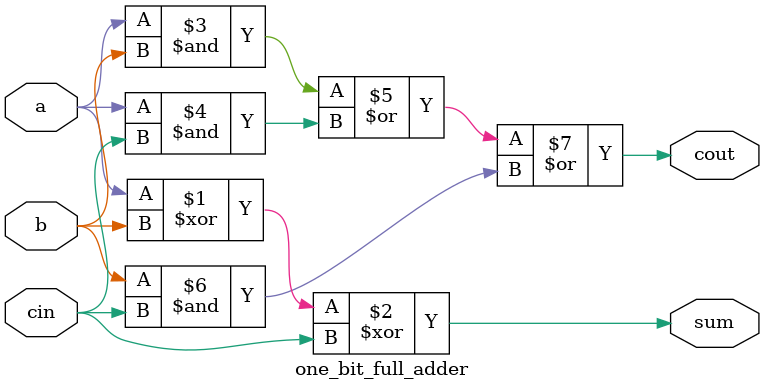
<source format=v>
module one_bit_full_adder (a, b, cin, sum, cout);

   input a;
   input b;
   input cin;

   output sum;
   wire sum;
   output cout;
   wire cout;

   assign sum = a^b^cin;
   assign cout = ((a&b)|(a&cin)|(b&cin));

endmodule
</source>
